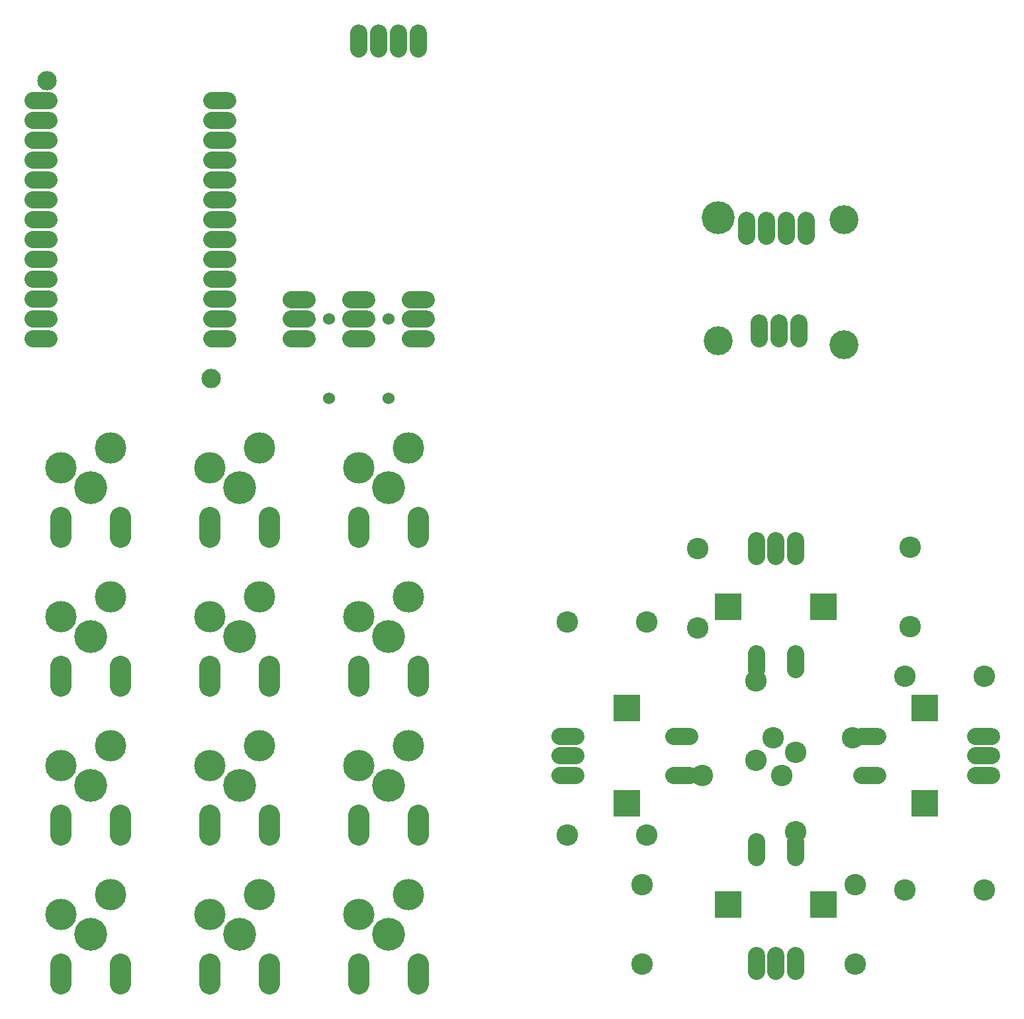
<source format=gbr>
G04 EAGLE Gerber RS-274X export*
G75*
%MOMM*%
%FSLAX34Y34*%
%LPD*%
%INSoldermask Top*%
%IPPOS*%
%AMOC8*
5,1,8,0,0,1.08239X$1,22.5*%
G01*
%ADD10C,2.743200*%
%ADD11C,4.203200*%
%ADD12C,4.013200*%
%ADD13C,2.743200*%
%ADD14C,2.235200*%
%ADD15R,3.419200X3.419200*%
%ADD16C,2.489200*%
%ADD17C,3.703200*%
%ADD18C,1.524000*%


D10*
X1168400Y553400D03*
X1168400Y451800D03*
X1219200Y360200D03*
X1219200Y461800D03*
X1022350Y190500D03*
X1022350Y292100D03*
X1295400Y190500D03*
X1295400Y292100D03*
X1365250Y723900D03*
X1365250Y622300D03*
X1093900Y722050D03*
X1093900Y620450D03*
X1099500Y431800D03*
X1201100Y431800D03*
X927100Y628650D03*
X1028700Y628650D03*
X927100Y355600D03*
X1028700Y355600D03*
X1292000Y479800D03*
X1190400Y479800D03*
X1460500Y285750D03*
X1358900Y285750D03*
X1460500Y558800D03*
X1358900Y558800D03*
D11*
X317500Y800100D03*
D12*
X279400Y825500D03*
X342900Y850900D03*
D13*
X279400Y762000D02*
X279400Y736600D01*
X355600Y736600D02*
X355600Y762000D01*
D11*
X698500Y609600D03*
D12*
X660400Y635000D03*
X723900Y660400D03*
D13*
X660400Y571500D02*
X660400Y546100D01*
X736600Y546100D02*
X736600Y571500D01*
D11*
X317500Y419100D03*
D12*
X279400Y444500D03*
X342900Y469900D03*
D13*
X279400Y381000D02*
X279400Y355600D01*
X355600Y355600D02*
X355600Y381000D01*
D11*
X508000Y419100D03*
D12*
X469900Y444500D03*
X533400Y469900D03*
D13*
X469900Y381000D02*
X469900Y355600D01*
X546100Y355600D02*
X546100Y381000D01*
D11*
X698500Y419100D03*
D12*
X660400Y444500D03*
X723900Y469900D03*
D13*
X660400Y381000D02*
X660400Y355600D01*
X736600Y355600D02*
X736600Y381000D01*
D11*
X317500Y228600D03*
D12*
X279400Y254000D03*
X342900Y279400D03*
D13*
X279400Y190500D02*
X279400Y165100D01*
X355600Y165100D02*
X355600Y190500D01*
D11*
X508000Y228600D03*
D12*
X469900Y254000D03*
X533400Y279400D03*
D13*
X469900Y190500D02*
X469900Y165100D01*
X546100Y165100D02*
X546100Y190500D01*
D11*
X698500Y228600D03*
D12*
X660400Y254000D03*
X723900Y279400D03*
D13*
X660400Y190500D02*
X660400Y165100D01*
X736600Y165100D02*
X736600Y190500D01*
D11*
X508000Y800100D03*
D12*
X469900Y825500D03*
X533400Y850900D03*
D13*
X469900Y762000D02*
X469900Y736600D01*
X546100Y736600D02*
X546100Y762000D01*
D11*
X698500Y800100D03*
D12*
X660400Y825500D03*
X723900Y850900D03*
D13*
X660400Y762000D02*
X660400Y736600D01*
X736600Y736600D02*
X736600Y762000D01*
D14*
X1218800Y732860D02*
X1218800Y712540D01*
X1193800Y712540D02*
X1193800Y732860D01*
X1168800Y732860D02*
X1168800Y712540D01*
X1218800Y587860D02*
X1218800Y567540D01*
X1168800Y567540D02*
X1168800Y587860D01*
D15*
X1254800Y647700D03*
X1132800Y647700D03*
D14*
X938460Y482200D02*
X918140Y482200D01*
X918140Y457200D02*
X938460Y457200D01*
X938460Y432200D02*
X918140Y432200D01*
X1063140Y482200D02*
X1083460Y482200D01*
X1083460Y432200D02*
X1063140Y432200D01*
D15*
X1003300Y518200D03*
X1003300Y396200D03*
D14*
X1449140Y432200D02*
X1469460Y432200D01*
X1469460Y457200D02*
X1449140Y457200D01*
X1449140Y482200D02*
X1469460Y482200D01*
X1324460Y432200D02*
X1304140Y432200D01*
X1304140Y482200D02*
X1324460Y482200D01*
D15*
X1384300Y396200D03*
X1384300Y518200D03*
D14*
X1168800Y201860D02*
X1168800Y181540D01*
X1193800Y181540D02*
X1193800Y201860D01*
X1218800Y201860D02*
X1218800Y181540D01*
X1168800Y326540D02*
X1168800Y346860D01*
X1218800Y346860D02*
X1218800Y326540D01*
D15*
X1132800Y266700D03*
X1254800Y266700D03*
D11*
X317500Y609600D03*
D12*
X279400Y635000D03*
X342900Y660400D03*
D13*
X279400Y571500D02*
X279400Y546100D01*
X355600Y546100D02*
X355600Y571500D01*
D11*
X508000Y609600D03*
D12*
X469900Y635000D03*
X533400Y660400D03*
D13*
X469900Y571500D02*
X469900Y546100D01*
X546100Y546100D02*
X546100Y571500D01*
D14*
X492760Y1219200D02*
X472440Y1219200D01*
X472440Y1193800D02*
X492760Y1193800D01*
X492760Y1168400D02*
X472440Y1168400D01*
X472440Y1143000D02*
X492760Y1143000D01*
X492760Y1117600D02*
X472440Y1117600D01*
X472440Y1092200D02*
X492760Y1092200D01*
X492760Y1066800D02*
X472440Y1066800D01*
X472440Y1041400D02*
X492760Y1041400D01*
X492760Y1016000D02*
X472440Y1016000D01*
X472440Y990600D02*
X492760Y990600D01*
X492760Y1244600D02*
X472440Y1244600D01*
X472440Y1270000D02*
X492760Y1270000D01*
X492760Y1295400D02*
X472440Y1295400D01*
X264160Y990600D02*
X243840Y990600D01*
X243840Y1295400D02*
X264160Y1295400D01*
X264160Y1270000D02*
X243840Y1270000D01*
X243840Y1244600D02*
X264160Y1244600D01*
X264160Y1219200D02*
X243840Y1219200D01*
X243840Y1193800D02*
X264160Y1193800D01*
X264160Y1168400D02*
X243840Y1168400D01*
X243840Y1143000D02*
X264160Y1143000D01*
X264160Y1117600D02*
X243840Y1117600D01*
X243840Y1092200D02*
X264160Y1092200D01*
X264160Y1066800D02*
X243840Y1066800D01*
X243840Y1041400D02*
X264160Y1041400D01*
X264160Y1016000D02*
X243840Y1016000D01*
D16*
X261620Y1320800D03*
X471170Y939800D03*
D17*
X1280830Y982790D03*
X1120290Y987870D03*
X1280830Y1143330D03*
D11*
X1120290Y1145870D03*
D14*
X1232416Y1141998D02*
X1232416Y1121678D01*
X1207016Y1121678D02*
X1207016Y1141998D01*
X1181616Y1141998D02*
X1181616Y1121678D01*
X1156216Y1121678D02*
X1156216Y1141998D01*
X1223746Y1011252D02*
X1223746Y990932D01*
X1198346Y990932D02*
X1198346Y1011252D01*
X1172946Y1011252D02*
X1172946Y990932D01*
X660400Y1361440D02*
X660400Y1381760D01*
X685800Y1381760D02*
X685800Y1361440D01*
X711200Y1361440D02*
X711200Y1381760D01*
X736600Y1381760D02*
X736600Y1361440D01*
X594360Y1041000D02*
X574040Y1041000D01*
X574040Y1016000D02*
X594360Y1016000D01*
X594360Y991000D02*
X574040Y991000D01*
X650240Y1041000D02*
X670560Y1041000D01*
X670560Y1016000D02*
X650240Y1016000D01*
X650240Y991000D02*
X670560Y991000D01*
D18*
X622300Y914400D03*
X622300Y1016000D03*
D14*
X726440Y1041000D02*
X746760Y1041000D01*
X746760Y1016000D02*
X726440Y1016000D01*
X726440Y991000D02*
X746760Y991000D01*
D18*
X698500Y914400D03*
X698500Y1016000D03*
M02*

</source>
